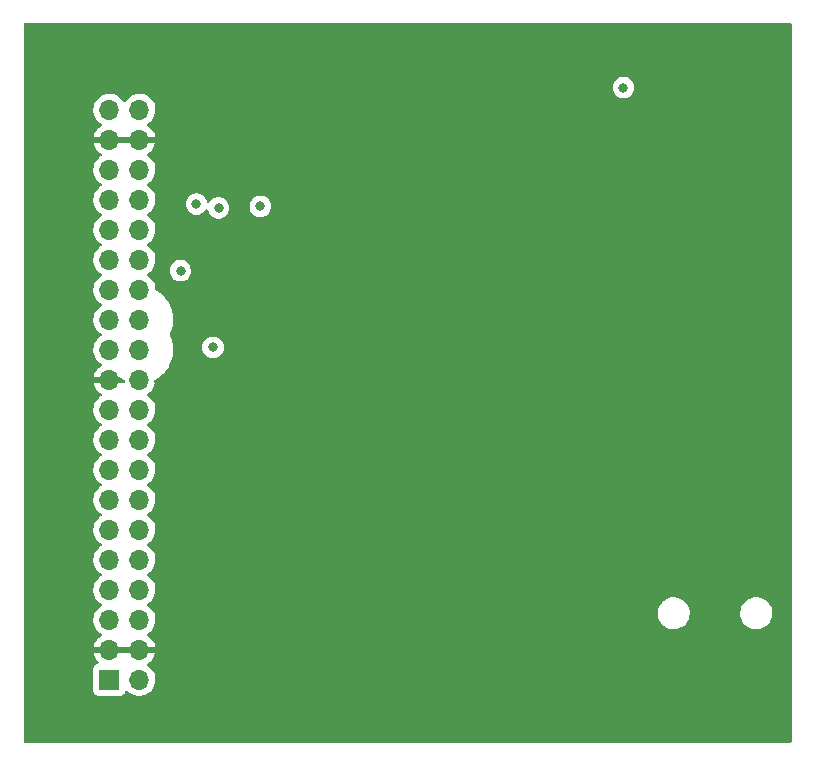
<source format=gbr>
%TF.GenerationSoftware,KiCad,Pcbnew,6.0.2+dfsg-1*%
%TF.CreationDate,2024-07-06T12:30:45+10:00*%
%TF.ProjectId,ulx3s_mixer,756c7833-735f-46d6-9978-65722e6b6963,rev?*%
%TF.SameCoordinates,Original*%
%TF.FileFunction,Copper,L2,Inr*%
%TF.FilePolarity,Positive*%
%FSLAX46Y46*%
G04 Gerber Fmt 4.6, Leading zero omitted, Abs format (unit mm)*
G04 Created by KiCad (PCBNEW 6.0.2+dfsg-1) date 2024-07-06 12:30:45*
%MOMM*%
%LPD*%
G01*
G04 APERTURE LIST*
%TA.AperFunction,ComponentPad*%
%ADD10R,1.700000X1.700000*%
%TD*%
%TA.AperFunction,ComponentPad*%
%ADD11O,1.700000X1.700000*%
%TD*%
%TA.AperFunction,ViaPad*%
%ADD12C,0.800000*%
%TD*%
G04 APERTURE END LIST*
D10*
%TO.N,+3V3*%
%TO.C,J1*%
X97725000Y-104125000D03*
D11*
X100265000Y-104125000D03*
%TO.N,GND*%
X97725000Y-101585000D03*
X100265000Y-101585000D03*
%TO.N,unconnected-(J1-Pad5)*%
X97725000Y-99045000D03*
%TO.N,unconnected-(J1-Pad6)*%
X100265000Y-99045000D03*
%TO.N,unconnected-(J1-Pad7)*%
X97725000Y-96505000D03*
%TO.N,unconnected-(J1-Pad8)*%
X100265000Y-96505000D03*
%TO.N,unconnected-(J1-Pad9)*%
X97725000Y-93965000D03*
%TO.N,unconnected-(J1-Pad10)*%
X100265000Y-93965000D03*
%TO.N,unconnected-(J1-Pad11)*%
X97725000Y-91425000D03*
%TO.N,/MCLK*%
X100265000Y-91425000D03*
%TO.N,unconnected-(J1-Pad13)*%
X97725000Y-88885000D03*
%TO.N,/LRCLK*%
X100265000Y-88885000D03*
%TO.N,unconnected-(J1-Pad15)*%
X97725000Y-86345000D03*
%TO.N,/SCLK*%
X100265000Y-86345000D03*
%TO.N,unconnected-(J1-Pad17)*%
X97725000Y-83805000D03*
%TO.N,/SDIN*%
X100265000Y-83805000D03*
%TO.N,+3V3*%
X97725000Y-81265000D03*
X100265000Y-81265000D03*
%TO.N,GND*%
X97725000Y-78725000D03*
X100265000Y-78725000D03*
%TO.N,GN21*%
X97725000Y-76185000D03*
%TO.N,GP21*%
X100265000Y-76185000D03*
%TO.N,GN22*%
X97725000Y-73645000D03*
%TO.N,GP22*%
X100265000Y-73645000D03*
%TO.N,GN23*%
X97725000Y-71105000D03*
%TO.N,GP23*%
X100265000Y-71105000D03*
%TO.N,GN24*%
X97725000Y-68565000D03*
%TO.N,GP24*%
X100265000Y-68565000D03*
%TO.N,GN25*%
X97725000Y-66025000D03*
%TO.N,GP25*%
X100265000Y-66025000D03*
%TO.N,GN26*%
X97725000Y-63485000D03*
%TO.N,GP26*%
X100265000Y-63485000D03*
%TO.N,GN27*%
X97725000Y-60945000D03*
%TO.N,GP27*%
X100265000Y-60945000D03*
%TO.N,GND*%
X97725000Y-58405000D03*
X100265000Y-58405000D03*
%TO.N,unconnected-(J1-Pad39)*%
X97725000Y-55865000D03*
%TO.N,+5V*%
X100265000Y-55865000D03*
%TD*%
D12*
%TO.N,GND*%
X132500000Y-85000000D03*
X140000000Y-90000000D03*
X130000000Y-87500000D03*
X132500000Y-87500000D03*
X135000000Y-87500000D03*
X137500000Y-87500000D03*
X140000000Y-87500000D03*
X142500000Y-87500000D03*
X145000000Y-87500000D03*
X147500000Y-87500000D03*
X150000000Y-87500000D03*
X152500000Y-87500000D03*
X150000000Y-90000000D03*
X152500000Y-90000000D03*
X147500000Y-90000000D03*
X145000000Y-90000000D03*
X142500000Y-90000000D03*
X142500000Y-92500000D03*
X145000000Y-92500000D03*
X152500000Y-92500000D03*
X147500000Y-92500000D03*
X150000000Y-92500000D03*
X147500000Y-95000000D03*
X150000000Y-95000000D03*
X147500000Y-97500000D03*
X150000000Y-97500000D03*
X147500000Y-100000000D03*
X150000000Y-100000000D03*
X137500000Y-100000000D03*
X140000000Y-100000000D03*
X142500000Y-100000000D03*
X142500000Y-105000000D03*
X145000000Y-105000000D03*
X147500000Y-105000000D03*
X150000000Y-105000000D03*
X152500000Y-105000000D03*
X152500000Y-107500000D03*
X150000000Y-107500000D03*
X147500000Y-107500000D03*
X145000000Y-107500000D03*
X140000000Y-107500000D03*
X142500000Y-107500000D03*
X137500000Y-107500000D03*
X135000000Y-107500000D03*
X132500000Y-107500000D03*
X130000000Y-107500000D03*
X127500000Y-107500000D03*
X125000000Y-107500000D03*
X122500000Y-107500000D03*
X120000000Y-105000000D03*
X120000000Y-107500000D03*
X117500000Y-107500000D03*
X117500000Y-105000000D03*
X117500000Y-102500000D03*
X117500000Y-100000000D03*
X115000000Y-100000000D03*
X115000000Y-102500000D03*
X115000000Y-105000000D03*
X115000000Y-107500000D03*
X112500000Y-107500000D03*
X112500000Y-105000000D03*
X112500000Y-102500000D03*
X112500000Y-100000000D03*
X110000000Y-97500000D03*
X110000000Y-100000000D03*
X110000000Y-102500000D03*
X110000000Y-105000000D03*
X110000000Y-107500000D03*
X107500000Y-107500000D03*
X107500000Y-105000000D03*
X107500000Y-102500000D03*
X107500000Y-100000000D03*
X107500000Y-95000000D03*
X107500000Y-97500000D03*
X127500000Y-90000000D03*
X125000000Y-90000000D03*
X122500000Y-90000000D03*
X120000000Y-90000000D03*
X117500000Y-90000000D03*
X115000000Y-90000000D03*
X112500000Y-90000000D03*
X110000000Y-90000000D03*
X105000000Y-95000000D03*
X102500000Y-95000000D03*
X105000000Y-97500000D03*
X102500000Y-97500000D03*
X105000000Y-100000000D03*
X102500000Y-100000000D03*
X105000000Y-102500000D03*
X102500000Y-102500000D03*
X105000000Y-105000000D03*
X102500000Y-105000000D03*
X105000000Y-107500000D03*
X102500000Y-107500000D03*
X100000000Y-107500000D03*
X97500000Y-107500000D03*
X95000000Y-107500000D03*
X92500000Y-107500000D03*
X95000000Y-105000000D03*
X92500000Y-105000000D03*
X95000000Y-102500000D03*
X92500000Y-102500000D03*
X95000000Y-100000000D03*
X92500000Y-100000000D03*
X92500000Y-97500000D03*
X95000000Y-97500000D03*
X95000000Y-95000000D03*
X92500000Y-95000000D03*
X92500000Y-92500000D03*
X95000000Y-92500000D03*
X95000000Y-90000000D03*
X92500000Y-90000000D03*
X95000000Y-87500000D03*
X92500000Y-87500000D03*
X127000000Y-98500000D03*
X124000000Y-93000000D03*
X140000000Y-72500000D03*
X150000000Y-55000000D03*
X147500000Y-72500000D03*
X142500000Y-72500000D03*
X92500000Y-85000000D03*
X152500000Y-50000000D03*
X148000000Y-75000000D03*
X142000000Y-75000000D03*
X93000000Y-67500000D03*
X110000000Y-62500000D03*
X137500000Y-80000000D03*
X102500000Y-85000000D03*
X147500000Y-85000000D03*
X147500000Y-60000000D03*
X105000000Y-69250000D03*
X145000000Y-72500000D03*
X147500000Y-62500000D03*
X105000000Y-55000000D03*
X95000000Y-85000000D03*
X147500000Y-73500000D03*
X150000000Y-70000000D03*
X95000000Y-80000000D03*
X149250000Y-82250000D03*
X149000000Y-73500000D03*
X106500000Y-83000000D03*
X102500000Y-57500000D03*
X115000000Y-62500000D03*
X102500000Y-55000000D03*
X142500000Y-70000000D03*
X105000000Y-60000000D03*
X150000000Y-65000000D03*
X102500000Y-50000000D03*
X152500000Y-52500000D03*
X152500000Y-62500000D03*
X95000000Y-62500000D03*
X141000000Y-80500000D03*
X92500000Y-57500000D03*
X95000000Y-57500000D03*
X142500000Y-65000000D03*
X121560000Y-57390000D03*
X125000000Y-85000000D03*
X107500000Y-52500000D03*
X147500000Y-57500000D03*
X92500000Y-55000000D03*
X137500000Y-82500000D03*
X127500000Y-85000000D03*
X130000000Y-82500000D03*
X127500000Y-65000000D03*
X145000000Y-80500000D03*
X117500000Y-62500000D03*
X134250000Y-58250000D03*
X95000000Y-55000000D03*
X92500000Y-65000000D03*
X110500000Y-67000000D03*
X92500000Y-60000000D03*
X135000000Y-85000000D03*
X95000000Y-82500000D03*
X92500000Y-52500000D03*
X141250000Y-59500000D03*
X142500000Y-85000000D03*
X102500000Y-82500000D03*
X150000000Y-85000000D03*
X95000000Y-77500000D03*
X144000000Y-75000000D03*
X95000000Y-60000000D03*
X137500000Y-78750000D03*
X152500000Y-60000000D03*
X124330000Y-60590000D03*
X103750000Y-76500000D03*
X143000000Y-80500000D03*
X146000000Y-80500000D03*
X152500000Y-65000000D03*
X152500000Y-70000000D03*
X117500000Y-85000000D03*
X105000000Y-57500000D03*
X120190000Y-60170000D03*
X117460000Y-60660000D03*
X110000000Y-60000000D03*
X147500000Y-70000000D03*
X135000000Y-82500000D03*
X147000000Y-80500000D03*
X105000000Y-52500000D03*
X120000000Y-85000000D03*
X92500000Y-82500000D03*
X140000000Y-85000000D03*
X132500000Y-80000000D03*
X100000000Y-50000000D03*
X147500000Y-55000000D03*
X140000000Y-62500000D03*
X147000000Y-75000000D03*
X112500000Y-62500000D03*
X107500000Y-85000000D03*
X145000000Y-82500000D03*
X152500000Y-67500000D03*
X112500000Y-60000000D03*
X140000000Y-65000000D03*
X112500000Y-85000000D03*
X150000000Y-60000000D03*
X145000000Y-70000000D03*
X95000000Y-65000000D03*
X143000000Y-75000000D03*
X145000000Y-85000000D03*
X105000000Y-85000000D03*
X147500000Y-50000000D03*
X152500000Y-55000000D03*
X146000000Y-75000000D03*
X112500000Y-57500000D03*
X92500000Y-80000000D03*
X108000000Y-62305000D03*
X130000000Y-85000000D03*
X152500000Y-57500000D03*
X100000000Y-52500000D03*
X92500000Y-50000000D03*
X142000000Y-80500000D03*
X140000000Y-82500000D03*
X145000000Y-75000000D03*
X103750000Y-61500000D03*
X132500000Y-82500000D03*
X97500000Y-50000000D03*
X147500000Y-67500000D03*
X115000000Y-66500000D03*
X112500000Y-70000000D03*
X122000000Y-70750000D03*
X150000000Y-52500000D03*
X137500000Y-85000000D03*
X144000000Y-80500000D03*
X150000000Y-57500000D03*
X150000000Y-67500000D03*
X115250000Y-77750000D03*
X142500000Y-62500000D03*
X110000000Y-85000000D03*
X110000000Y-70000000D03*
X141000000Y-75000000D03*
X122500000Y-85000000D03*
X95000000Y-50000000D03*
X120000000Y-62500000D03*
X142500000Y-82500000D03*
X148000000Y-80500000D03*
X150000000Y-62500000D03*
X92500000Y-77500000D03*
X115000000Y-85000000D03*
X140000000Y-70000000D03*
X125000000Y-65000000D03*
X140000000Y-80500000D03*
X102500000Y-66500000D03*
X150000000Y-50000000D03*
X119250000Y-70750000D03*
X93250000Y-74250000D03*
X95000000Y-52500000D03*
X147500000Y-65000000D03*
X102500000Y-60000000D03*
X152500000Y-85000000D03*
X135000000Y-80000000D03*
X147500000Y-82500000D03*
X97500000Y-52500000D03*
X147500000Y-52500000D03*
X92500000Y-62500000D03*
%TO.N,+3V3*%
X103750000Y-69500000D03*
X105094266Y-63855734D03*
X141242500Y-54000000D03*
X110500000Y-64045000D03*
X106500000Y-76000000D03*
X106970000Y-64180000D03*
%TD*%
%TA.AperFunction,Conductor*%
%TO.N,GND*%
G36*
X155434121Y-48528002D02*
G01*
X155480614Y-48581658D01*
X155492000Y-48634000D01*
X155492000Y-109366000D01*
X155471998Y-109434121D01*
X155418342Y-109480614D01*
X155366000Y-109492000D01*
X90634000Y-109492000D01*
X90565879Y-109471998D01*
X90519386Y-109418342D01*
X90508000Y-109366000D01*
X90508000Y-105023134D01*
X96366500Y-105023134D01*
X96373255Y-105085316D01*
X96424385Y-105221705D01*
X96511739Y-105338261D01*
X96628295Y-105425615D01*
X96764684Y-105476745D01*
X96826866Y-105483500D01*
X98623134Y-105483500D01*
X98685316Y-105476745D01*
X98821705Y-105425615D01*
X98938261Y-105338261D01*
X99025615Y-105221705D01*
X99047799Y-105162529D01*
X99069598Y-105104382D01*
X99112240Y-105047618D01*
X99178802Y-105022918D01*
X99248150Y-105038126D01*
X99282817Y-105066114D01*
X99311250Y-105098938D01*
X99483126Y-105241632D01*
X99676000Y-105354338D01*
X99884692Y-105434030D01*
X99889760Y-105435061D01*
X99889763Y-105435062D01*
X99997017Y-105456883D01*
X100103597Y-105478567D01*
X100108772Y-105478757D01*
X100108774Y-105478757D01*
X100321673Y-105486564D01*
X100321677Y-105486564D01*
X100326837Y-105486753D01*
X100331957Y-105486097D01*
X100331959Y-105486097D01*
X100543288Y-105459025D01*
X100543289Y-105459025D01*
X100548416Y-105458368D01*
X100553366Y-105456883D01*
X100757429Y-105395661D01*
X100757434Y-105395659D01*
X100762384Y-105394174D01*
X100962994Y-105295896D01*
X101144860Y-105166173D01*
X101303096Y-105008489D01*
X101433453Y-104827077D01*
X101532430Y-104626811D01*
X101597370Y-104413069D01*
X101626529Y-104191590D01*
X101628156Y-104125000D01*
X101609852Y-103902361D01*
X101555431Y-103685702D01*
X101466354Y-103480840D01*
X101345014Y-103293277D01*
X101194670Y-103128051D01*
X101190619Y-103124852D01*
X101190615Y-103124848D01*
X101023414Y-102992800D01*
X101023410Y-102992798D01*
X101019359Y-102989598D01*
X100977569Y-102966529D01*
X100927598Y-102916097D01*
X100912826Y-102846654D01*
X100937942Y-102780248D01*
X100965294Y-102753641D01*
X101140328Y-102628792D01*
X101148200Y-102622139D01*
X101299052Y-102471812D01*
X101305730Y-102463965D01*
X101430003Y-102291020D01*
X101435313Y-102282183D01*
X101529670Y-102091267D01*
X101533469Y-102081672D01*
X101595377Y-101877910D01*
X101597555Y-101867837D01*
X101598986Y-101856962D01*
X101596775Y-101842778D01*
X101583617Y-101839000D01*
X96408225Y-101839000D01*
X96394694Y-101842973D01*
X96393257Y-101852966D01*
X96423565Y-101987446D01*
X96426645Y-101997275D01*
X96506770Y-102194603D01*
X96511413Y-102203794D01*
X96622694Y-102385388D01*
X96628777Y-102393699D01*
X96768213Y-102554667D01*
X96775577Y-102561879D01*
X96780522Y-102565985D01*
X96820156Y-102624889D01*
X96821653Y-102695870D01*
X96784537Y-102756392D01*
X96744264Y-102780910D01*
X96636705Y-102821232D01*
X96636704Y-102821233D01*
X96628295Y-102824385D01*
X96511739Y-102911739D01*
X96424385Y-103028295D01*
X96373255Y-103164684D01*
X96366500Y-103226866D01*
X96366500Y-105023134D01*
X90508000Y-105023134D01*
X90508000Y-99011695D01*
X96362251Y-99011695D01*
X96362548Y-99016848D01*
X96362548Y-99016851D01*
X96367964Y-99110783D01*
X96375110Y-99234715D01*
X96376247Y-99239761D01*
X96376248Y-99239767D01*
X96396119Y-99327939D01*
X96424222Y-99452639D01*
X96508266Y-99659616D01*
X96554481Y-99735032D01*
X96622291Y-99845688D01*
X96624987Y-99850088D01*
X96771250Y-100018938D01*
X96943126Y-100161632D01*
X97016955Y-100204774D01*
X97065679Y-100256412D01*
X97078750Y-100326195D01*
X97052019Y-100391967D01*
X97011562Y-100425327D01*
X97003457Y-100429546D01*
X96994738Y-100435036D01*
X96824433Y-100562905D01*
X96816726Y-100569748D01*
X96669590Y-100723717D01*
X96663104Y-100731727D01*
X96543098Y-100907649D01*
X96538000Y-100916623D01*
X96448338Y-101109783D01*
X96444775Y-101119470D01*
X96389389Y-101319183D01*
X96390912Y-101327607D01*
X96403292Y-101331000D01*
X101583344Y-101331000D01*
X101596875Y-101327027D01*
X101598180Y-101317947D01*
X101556214Y-101150875D01*
X101552894Y-101141124D01*
X101467972Y-100945814D01*
X101463105Y-100936739D01*
X101347426Y-100757926D01*
X101341136Y-100749757D01*
X101197806Y-100592240D01*
X101190273Y-100585215D01*
X101023139Y-100453222D01*
X101014556Y-100447520D01*
X100977602Y-100427120D01*
X100927631Y-100376687D01*
X100912859Y-100307245D01*
X100937975Y-100240839D01*
X100965327Y-100214232D01*
X100988797Y-100197491D01*
X101144860Y-100086173D01*
X101303096Y-99928489D01*
X101362594Y-99845689D01*
X101430435Y-99751277D01*
X101433453Y-99747077D01*
X101437200Y-99739497D01*
X101530136Y-99551453D01*
X101530137Y-99551451D01*
X101532430Y-99546811D01*
X101597370Y-99333069D01*
X101626529Y-99111590D01*
X101626660Y-99106221D01*
X101628074Y-99048365D01*
X101628074Y-99048361D01*
X101628156Y-99045000D01*
X101609852Y-98822361D01*
X101555431Y-98605702D01*
X101481544Y-98435774D01*
X144138102Y-98435774D01*
X144146751Y-98666158D01*
X144194093Y-98891791D01*
X144196051Y-98896750D01*
X144196052Y-98896752D01*
X144254599Y-99045000D01*
X144278776Y-99106221D01*
X144398377Y-99303317D01*
X144401874Y-99307347D01*
X144532105Y-99457425D01*
X144549477Y-99477445D01*
X144553608Y-99480832D01*
X144723627Y-99620240D01*
X144723633Y-99620244D01*
X144727755Y-99623624D01*
X144732391Y-99626263D01*
X144732394Y-99626265D01*
X144841422Y-99688327D01*
X144928114Y-99737675D01*
X145144825Y-99816337D01*
X145150074Y-99817286D01*
X145150077Y-99817287D01*
X145367608Y-99856623D01*
X145367615Y-99856624D01*
X145371692Y-99857361D01*
X145389414Y-99858197D01*
X145394356Y-99858430D01*
X145394363Y-99858430D01*
X145395844Y-99858500D01*
X145557890Y-99858500D01*
X145624809Y-99852822D01*
X145724409Y-99844371D01*
X145724413Y-99844370D01*
X145729720Y-99843920D01*
X145734875Y-99842582D01*
X145734881Y-99842581D01*
X145947703Y-99787343D01*
X145947707Y-99787342D01*
X145952872Y-99786001D01*
X145957738Y-99783809D01*
X145957741Y-99783808D01*
X146158202Y-99693507D01*
X146163075Y-99691312D01*
X146354319Y-99562559D01*
X146521135Y-99403424D01*
X146658754Y-99218458D01*
X146763240Y-99012949D01*
X146765224Y-99006562D01*
X146830024Y-98797871D01*
X146831607Y-98792773D01*
X146832692Y-98784588D01*
X146861198Y-98569511D01*
X146861198Y-98569506D01*
X146861898Y-98564226D01*
X146861605Y-98556406D01*
X146857075Y-98435774D01*
X151138102Y-98435774D01*
X151146751Y-98666158D01*
X151194093Y-98891791D01*
X151196051Y-98896750D01*
X151196052Y-98896752D01*
X151254599Y-99045000D01*
X151278776Y-99106221D01*
X151398377Y-99303317D01*
X151401874Y-99307347D01*
X151532105Y-99457425D01*
X151549477Y-99477445D01*
X151553608Y-99480832D01*
X151723627Y-99620240D01*
X151723633Y-99620244D01*
X151727755Y-99623624D01*
X151732391Y-99626263D01*
X151732394Y-99626265D01*
X151841422Y-99688327D01*
X151928114Y-99737675D01*
X152144825Y-99816337D01*
X152150074Y-99817286D01*
X152150077Y-99817287D01*
X152367608Y-99856623D01*
X152367615Y-99856624D01*
X152371692Y-99857361D01*
X152389414Y-99858197D01*
X152394356Y-99858430D01*
X152394363Y-99858430D01*
X152395844Y-99858500D01*
X152557890Y-99858500D01*
X152624809Y-99852822D01*
X152724409Y-99844371D01*
X152724413Y-99844370D01*
X152729720Y-99843920D01*
X152734875Y-99842582D01*
X152734881Y-99842581D01*
X152947703Y-99787343D01*
X152947707Y-99787342D01*
X152952872Y-99786001D01*
X152957738Y-99783809D01*
X152957741Y-99783808D01*
X153158202Y-99693507D01*
X153163075Y-99691312D01*
X153354319Y-99562559D01*
X153521135Y-99403424D01*
X153658754Y-99218458D01*
X153763240Y-99012949D01*
X153765224Y-99006562D01*
X153830024Y-98797871D01*
X153831607Y-98792773D01*
X153832692Y-98784588D01*
X153861198Y-98569511D01*
X153861198Y-98569506D01*
X153861898Y-98564226D01*
X153861605Y-98556406D01*
X153856877Y-98430489D01*
X153853249Y-98333842D01*
X153805907Y-98108209D01*
X153783658Y-98051870D01*
X153723185Y-97898744D01*
X153723184Y-97898742D01*
X153721224Y-97893779D01*
X153716988Y-97886797D01*
X153604390Y-97701243D01*
X153601623Y-97696683D01*
X153536497Y-97621632D01*
X153454023Y-97526588D01*
X153454021Y-97526586D01*
X153450523Y-97522555D01*
X153392563Y-97475031D01*
X153276373Y-97379760D01*
X153276367Y-97379756D01*
X153272245Y-97376376D01*
X153267609Y-97373737D01*
X153267606Y-97373735D01*
X153076529Y-97264968D01*
X153071886Y-97262325D01*
X152855175Y-97183663D01*
X152849926Y-97182714D01*
X152849923Y-97182713D01*
X152632392Y-97143377D01*
X152632385Y-97143376D01*
X152628308Y-97142639D01*
X152610586Y-97141803D01*
X152605644Y-97141570D01*
X152605637Y-97141570D01*
X152604156Y-97141500D01*
X152442110Y-97141500D01*
X152375191Y-97147178D01*
X152275591Y-97155629D01*
X152275587Y-97155630D01*
X152270280Y-97156080D01*
X152265125Y-97157418D01*
X152265119Y-97157419D01*
X152052297Y-97212657D01*
X152052293Y-97212658D01*
X152047128Y-97213999D01*
X152042262Y-97216191D01*
X152042259Y-97216192D01*
X151933980Y-97264968D01*
X151836925Y-97308688D01*
X151645681Y-97437441D01*
X151641824Y-97441120D01*
X151641822Y-97441122D01*
X151602181Y-97478938D01*
X151478865Y-97596576D01*
X151341246Y-97781542D01*
X151338830Y-97786293D01*
X151338828Y-97786297D01*
X151313373Y-97836364D01*
X151236760Y-97987051D01*
X151235178Y-97992145D01*
X151235177Y-97992148D01*
X151175791Y-98183401D01*
X151168393Y-98207227D01*
X151167692Y-98212516D01*
X151142103Y-98405590D01*
X151138102Y-98435774D01*
X146857075Y-98435774D01*
X146856877Y-98430489D01*
X146853249Y-98333842D01*
X146805907Y-98108209D01*
X146783658Y-98051870D01*
X146723185Y-97898744D01*
X146723184Y-97898742D01*
X146721224Y-97893779D01*
X146716988Y-97886797D01*
X146604390Y-97701243D01*
X146601623Y-97696683D01*
X146536497Y-97621632D01*
X146454023Y-97526588D01*
X146454021Y-97526586D01*
X146450523Y-97522555D01*
X146392563Y-97475031D01*
X146276373Y-97379760D01*
X146276367Y-97379756D01*
X146272245Y-97376376D01*
X146267609Y-97373737D01*
X146267606Y-97373735D01*
X146076529Y-97264968D01*
X146071886Y-97262325D01*
X145855175Y-97183663D01*
X145849926Y-97182714D01*
X145849923Y-97182713D01*
X145632392Y-97143377D01*
X145632385Y-97143376D01*
X145628308Y-97142639D01*
X145610586Y-97141803D01*
X145605644Y-97141570D01*
X145605637Y-97141570D01*
X145604156Y-97141500D01*
X145442110Y-97141500D01*
X145375191Y-97147178D01*
X145275591Y-97155629D01*
X145275587Y-97155630D01*
X145270280Y-97156080D01*
X145265125Y-97157418D01*
X145265119Y-97157419D01*
X145052297Y-97212657D01*
X145052293Y-97212658D01*
X145047128Y-97213999D01*
X145042262Y-97216191D01*
X145042259Y-97216192D01*
X144933980Y-97264968D01*
X144836925Y-97308688D01*
X144645681Y-97437441D01*
X144641824Y-97441120D01*
X144641822Y-97441122D01*
X144602181Y-97478938D01*
X144478865Y-97596576D01*
X144341246Y-97781542D01*
X144338830Y-97786293D01*
X144338828Y-97786297D01*
X144313373Y-97836364D01*
X144236760Y-97987051D01*
X144235178Y-97992145D01*
X144235177Y-97992148D01*
X144175791Y-98183401D01*
X144168393Y-98207227D01*
X144167692Y-98212516D01*
X144142103Y-98405590D01*
X144138102Y-98435774D01*
X101481544Y-98435774D01*
X101466354Y-98400840D01*
X101345014Y-98213277D01*
X101194670Y-98048051D01*
X101190619Y-98044852D01*
X101190615Y-98044848D01*
X101023414Y-97912800D01*
X101023410Y-97912798D01*
X101019359Y-97909598D01*
X100978053Y-97886796D01*
X100928084Y-97836364D01*
X100913312Y-97766921D01*
X100938428Y-97700516D01*
X100965780Y-97673909D01*
X101009603Y-97642650D01*
X101144860Y-97546173D01*
X101303096Y-97388489D01*
X101309369Y-97379760D01*
X101430435Y-97211277D01*
X101433453Y-97207077D01*
X101445495Y-97182713D01*
X101530136Y-97011453D01*
X101530137Y-97011451D01*
X101532430Y-97006811D01*
X101597370Y-96793069D01*
X101626529Y-96571590D01*
X101628156Y-96505000D01*
X101609852Y-96282361D01*
X101555431Y-96065702D01*
X101466354Y-95860840D01*
X101345014Y-95673277D01*
X101194670Y-95508051D01*
X101190619Y-95504852D01*
X101190615Y-95504848D01*
X101023414Y-95372800D01*
X101023410Y-95372798D01*
X101019359Y-95369598D01*
X100978053Y-95346796D01*
X100928084Y-95296364D01*
X100913312Y-95226921D01*
X100938428Y-95160516D01*
X100965780Y-95133909D01*
X101009603Y-95102650D01*
X101144860Y-95006173D01*
X101303096Y-94848489D01*
X101362594Y-94765689D01*
X101430435Y-94671277D01*
X101433453Y-94667077D01*
X101454320Y-94624857D01*
X101530136Y-94471453D01*
X101530137Y-94471451D01*
X101532430Y-94466811D01*
X101597370Y-94253069D01*
X101626529Y-94031590D01*
X101628156Y-93965000D01*
X101609852Y-93742361D01*
X101555431Y-93525702D01*
X101466354Y-93320840D01*
X101345014Y-93133277D01*
X101194670Y-92968051D01*
X101190619Y-92964852D01*
X101190615Y-92964848D01*
X101023414Y-92832800D01*
X101023410Y-92832798D01*
X101019359Y-92829598D01*
X100978053Y-92806796D01*
X100928084Y-92756364D01*
X100913312Y-92686921D01*
X100938428Y-92620516D01*
X100965780Y-92593909D01*
X101009603Y-92562650D01*
X101144860Y-92466173D01*
X101303096Y-92308489D01*
X101362594Y-92225689D01*
X101430435Y-92131277D01*
X101433453Y-92127077D01*
X101454320Y-92084857D01*
X101530136Y-91931453D01*
X101530137Y-91931451D01*
X101532430Y-91926811D01*
X101597370Y-91713069D01*
X101626529Y-91491590D01*
X101628156Y-91425000D01*
X101609852Y-91202361D01*
X101555431Y-90985702D01*
X101466354Y-90780840D01*
X101345014Y-90593277D01*
X101194670Y-90428051D01*
X101190619Y-90424852D01*
X101190615Y-90424848D01*
X101023414Y-90292800D01*
X101023410Y-90292798D01*
X101019359Y-90289598D01*
X100978053Y-90266796D01*
X100928084Y-90216364D01*
X100913312Y-90146921D01*
X100938428Y-90080516D01*
X100965780Y-90053909D01*
X101009603Y-90022650D01*
X101144860Y-89926173D01*
X101303096Y-89768489D01*
X101362594Y-89685689D01*
X101430435Y-89591277D01*
X101433453Y-89587077D01*
X101454320Y-89544857D01*
X101530136Y-89391453D01*
X101530137Y-89391451D01*
X101532430Y-89386811D01*
X101597370Y-89173069D01*
X101626529Y-88951590D01*
X101628156Y-88885000D01*
X101609852Y-88662361D01*
X101555431Y-88445702D01*
X101466354Y-88240840D01*
X101345014Y-88053277D01*
X101194670Y-87888051D01*
X101190619Y-87884852D01*
X101190615Y-87884848D01*
X101023414Y-87752800D01*
X101023410Y-87752798D01*
X101019359Y-87749598D01*
X100978053Y-87726796D01*
X100928084Y-87676364D01*
X100913312Y-87606921D01*
X100938428Y-87540516D01*
X100965780Y-87513909D01*
X101009603Y-87482650D01*
X101144860Y-87386173D01*
X101303096Y-87228489D01*
X101362594Y-87145689D01*
X101430435Y-87051277D01*
X101433453Y-87047077D01*
X101454320Y-87004857D01*
X101530136Y-86851453D01*
X101530137Y-86851451D01*
X101532430Y-86846811D01*
X101597370Y-86633069D01*
X101626529Y-86411590D01*
X101628156Y-86345000D01*
X101609852Y-86122361D01*
X101555431Y-85905702D01*
X101466354Y-85700840D01*
X101345014Y-85513277D01*
X101194670Y-85348051D01*
X101190619Y-85344852D01*
X101190615Y-85344848D01*
X101023414Y-85212800D01*
X101023410Y-85212798D01*
X101019359Y-85209598D01*
X100978053Y-85186796D01*
X100928084Y-85136364D01*
X100913312Y-85066921D01*
X100938428Y-85000516D01*
X100965780Y-84973909D01*
X101009603Y-84942650D01*
X101144860Y-84846173D01*
X101303096Y-84688489D01*
X101362594Y-84605689D01*
X101430435Y-84511277D01*
X101433453Y-84507077D01*
X101454320Y-84464857D01*
X101530136Y-84311453D01*
X101530137Y-84311451D01*
X101532430Y-84306811D01*
X101597370Y-84093069D01*
X101626529Y-83871590D01*
X101628156Y-83805000D01*
X101609852Y-83582361D01*
X101555431Y-83365702D01*
X101466354Y-83160840D01*
X101345014Y-82973277D01*
X101194670Y-82808051D01*
X101190619Y-82804852D01*
X101190615Y-82804848D01*
X101023414Y-82672800D01*
X101023410Y-82672798D01*
X101019359Y-82669598D01*
X100978053Y-82646796D01*
X100928084Y-82596364D01*
X100913312Y-82526921D01*
X100938428Y-82460516D01*
X100965780Y-82433909D01*
X101009603Y-82402650D01*
X101144860Y-82306173D01*
X101303096Y-82148489D01*
X101362594Y-82065689D01*
X101430435Y-81971277D01*
X101433453Y-81967077D01*
X101454320Y-81924857D01*
X101530136Y-81771453D01*
X101530137Y-81771451D01*
X101532430Y-81766811D01*
X101597370Y-81553069D01*
X101626529Y-81331590D01*
X101628156Y-81265000D01*
X101609852Y-81042361D01*
X101555431Y-80825702D01*
X101466354Y-80620840D01*
X101345014Y-80433277D01*
X101194670Y-80268051D01*
X101190619Y-80264852D01*
X101190615Y-80264848D01*
X101023414Y-80132800D01*
X101023410Y-80132798D01*
X101019359Y-80129598D01*
X100977569Y-80106529D01*
X100927598Y-80056097D01*
X100912826Y-79986654D01*
X100937942Y-79920248D01*
X100965294Y-79893641D01*
X101140328Y-79768792D01*
X101148200Y-79762139D01*
X101299052Y-79611812D01*
X101305730Y-79603965D01*
X101430003Y-79431020D01*
X101435313Y-79422183D01*
X101529670Y-79231267D01*
X101533469Y-79221672D01*
X101595377Y-79017910D01*
X101597555Y-79007837D01*
X101598986Y-78996962D01*
X101596775Y-78982778D01*
X101566574Y-78974106D01*
X101567298Y-78971583D01*
X101524437Y-78958998D01*
X101477944Y-78905342D01*
X101467840Y-78835068D01*
X101497334Y-78770488D01*
X101541914Y-78737626D01*
X101557972Y-78730577D01*
X101557975Y-78730576D01*
X101561293Y-78729119D01*
X101845116Y-78563266D01*
X101983741Y-78459183D01*
X102105092Y-78368070D01*
X102105096Y-78368067D01*
X102107995Y-78365890D01*
X102230348Y-78249783D01*
X102343813Y-78142109D01*
X102343817Y-78142105D01*
X102346447Y-78139609D01*
X102423338Y-78047649D01*
X102554988Y-77890196D01*
X102557310Y-77887419D01*
X102567618Y-77871727D01*
X102735802Y-77615691D01*
X102735807Y-77615682D01*
X102737789Y-77612665D01*
X102811641Y-77465827D01*
X102883866Y-77322225D01*
X102883869Y-77322217D01*
X102885493Y-77318989D01*
X102998464Y-77010281D01*
X102999309Y-77006759D01*
X102999312Y-77006751D01*
X103074357Y-76694165D01*
X103074358Y-76694161D01*
X103075204Y-76690636D01*
X103075641Y-76687026D01*
X103114361Y-76367067D01*
X103114362Y-76367060D01*
X103114697Y-76364288D01*
X103120331Y-76185000D01*
X103118115Y-76146562D01*
X103109664Y-76000000D01*
X105586496Y-76000000D01*
X105587186Y-76006565D01*
X105602982Y-76156851D01*
X105606458Y-76189928D01*
X105665473Y-76371556D01*
X105668776Y-76377278D01*
X105668777Y-76377279D01*
X105702686Y-76436010D01*
X105760960Y-76536944D01*
X105888747Y-76678866D01*
X106043248Y-76791118D01*
X106049276Y-76793802D01*
X106049278Y-76793803D01*
X106211681Y-76866109D01*
X106217712Y-76868794D01*
X106311112Y-76888647D01*
X106398056Y-76907128D01*
X106398061Y-76907128D01*
X106404513Y-76908500D01*
X106595487Y-76908500D01*
X106601939Y-76907128D01*
X106601944Y-76907128D01*
X106688888Y-76888647D01*
X106782288Y-76868794D01*
X106788319Y-76866109D01*
X106950722Y-76793803D01*
X106950724Y-76793802D01*
X106956752Y-76791118D01*
X107111253Y-76678866D01*
X107239040Y-76536944D01*
X107297314Y-76436010D01*
X107331223Y-76377279D01*
X107331224Y-76377278D01*
X107334527Y-76371556D01*
X107393542Y-76189928D01*
X107397019Y-76156851D01*
X107412814Y-76006565D01*
X107413504Y-76000000D01*
X107405578Y-75924588D01*
X107394232Y-75816635D01*
X107394232Y-75816633D01*
X107393542Y-75810072D01*
X107334527Y-75628444D01*
X107239040Y-75463056D01*
X107120507Y-75331411D01*
X107115675Y-75326045D01*
X107115674Y-75326044D01*
X107111253Y-75321134D01*
X106969014Y-75217791D01*
X106962094Y-75212763D01*
X106962093Y-75212762D01*
X106956752Y-75208882D01*
X106950724Y-75206198D01*
X106950722Y-75206197D01*
X106788319Y-75133891D01*
X106788318Y-75133891D01*
X106782288Y-75131206D01*
X106688888Y-75111353D01*
X106601944Y-75092872D01*
X106601939Y-75092872D01*
X106595487Y-75091500D01*
X106404513Y-75091500D01*
X106398061Y-75092872D01*
X106398056Y-75092872D01*
X106311112Y-75111353D01*
X106217712Y-75131206D01*
X106211682Y-75133891D01*
X106211681Y-75133891D01*
X106049278Y-75206197D01*
X106049276Y-75206198D01*
X106043248Y-75208882D01*
X106037907Y-75212762D01*
X106037906Y-75212763D01*
X106030986Y-75217791D01*
X105888747Y-75321134D01*
X105884326Y-75326044D01*
X105884325Y-75326045D01*
X105879494Y-75331411D01*
X105760960Y-75463056D01*
X105665473Y-75628444D01*
X105606458Y-75810072D01*
X105605768Y-75816633D01*
X105605768Y-75816635D01*
X105594422Y-75924588D01*
X105586496Y-76000000D01*
X103109664Y-76000000D01*
X103101617Y-75860436D01*
X103101616Y-75860431D01*
X103101408Y-75856816D01*
X103076536Y-75714305D01*
X103045514Y-75536556D01*
X103045512Y-75536549D01*
X103044890Y-75532983D01*
X103039971Y-75516375D01*
X103006540Y-75403514D01*
X102951526Y-75217791D01*
X102949382Y-75212763D01*
X102842895Y-74963108D01*
X102834568Y-74892602D01*
X102846228Y-74857060D01*
X102883860Y-74782237D01*
X102883864Y-74782229D01*
X102885493Y-74778989D01*
X102998464Y-74470281D01*
X102999309Y-74466759D01*
X102999312Y-74466751D01*
X103074357Y-74154165D01*
X103074358Y-74154161D01*
X103075204Y-74150636D01*
X103087063Y-74052639D01*
X103114361Y-73827067D01*
X103114362Y-73827060D01*
X103114697Y-73824288D01*
X103120331Y-73645000D01*
X103101408Y-73316816D01*
X103076536Y-73174305D01*
X103045514Y-72996556D01*
X103045512Y-72996549D01*
X103044890Y-72992983D01*
X103039971Y-72976375D01*
X103006540Y-72863514D01*
X102951526Y-72677791D01*
X102822554Y-72375419D01*
X102659682Y-72089875D01*
X102524384Y-71905689D01*
X102467210Y-71827857D01*
X102467208Y-71827855D01*
X102465070Y-71824944D01*
X102241298Y-71584136D01*
X101991331Y-71370643D01*
X101988328Y-71368625D01*
X101988320Y-71368619D01*
X101819235Y-71255000D01*
X101718482Y-71187297D01*
X101715271Y-71185640D01*
X101715258Y-71185632D01*
X101693281Y-71174289D01*
X101641922Y-71125271D01*
X101625496Y-71072648D01*
X101610276Y-70887522D01*
X101609852Y-70882361D01*
X101555431Y-70665702D01*
X101466354Y-70460840D01*
X101345014Y-70273277D01*
X101194670Y-70108051D01*
X101190619Y-70104852D01*
X101190615Y-70104848D01*
X101023414Y-69972800D01*
X101023410Y-69972798D01*
X101019359Y-69969598D01*
X100978053Y-69946796D01*
X100928084Y-69896364D01*
X100913312Y-69826921D01*
X100938428Y-69760516D01*
X100965780Y-69733909D01*
X101027439Y-69689928D01*
X101144860Y-69606173D01*
X101251405Y-69500000D01*
X102836496Y-69500000D01*
X102837186Y-69506565D01*
X102855239Y-69678327D01*
X102856458Y-69689928D01*
X102915473Y-69871556D01*
X103010960Y-70036944D01*
X103015378Y-70041851D01*
X103015379Y-70041852D01*
X103134325Y-70173955D01*
X103138747Y-70178866D01*
X103232715Y-70247138D01*
X103274666Y-70277617D01*
X103293248Y-70291118D01*
X103299276Y-70293802D01*
X103299278Y-70293803D01*
X103461681Y-70366109D01*
X103467712Y-70368794D01*
X103561113Y-70388647D01*
X103648056Y-70407128D01*
X103648061Y-70407128D01*
X103654513Y-70408500D01*
X103845487Y-70408500D01*
X103851939Y-70407128D01*
X103851944Y-70407128D01*
X103938887Y-70388647D01*
X104032288Y-70368794D01*
X104038319Y-70366109D01*
X104200722Y-70293803D01*
X104200724Y-70293802D01*
X104206752Y-70291118D01*
X104225335Y-70277617D01*
X104267285Y-70247138D01*
X104361253Y-70178866D01*
X104365675Y-70173955D01*
X104484621Y-70041852D01*
X104484622Y-70041851D01*
X104489040Y-70036944D01*
X104584527Y-69871556D01*
X104643542Y-69689928D01*
X104644762Y-69678327D01*
X104662814Y-69506565D01*
X104663504Y-69500000D01*
X104662814Y-69493435D01*
X104644232Y-69316635D01*
X104644232Y-69316633D01*
X104643542Y-69310072D01*
X104584527Y-69128444D01*
X104489040Y-68963056D01*
X104390008Y-68853069D01*
X104365675Y-68826045D01*
X104365674Y-68826044D01*
X104361253Y-68821134D01*
X104206752Y-68708882D01*
X104200724Y-68706198D01*
X104200722Y-68706197D01*
X104038319Y-68633891D01*
X104038318Y-68633891D01*
X104032288Y-68631206D01*
X103938887Y-68611353D01*
X103851944Y-68592872D01*
X103851939Y-68592872D01*
X103845487Y-68591500D01*
X103654513Y-68591500D01*
X103648061Y-68592872D01*
X103648056Y-68592872D01*
X103561113Y-68611353D01*
X103467712Y-68631206D01*
X103461682Y-68633891D01*
X103461681Y-68633891D01*
X103299278Y-68706197D01*
X103299276Y-68706198D01*
X103293248Y-68708882D01*
X103138747Y-68821134D01*
X103134326Y-68826044D01*
X103134325Y-68826045D01*
X103109993Y-68853069D01*
X103010960Y-68963056D01*
X102915473Y-69128444D01*
X102856458Y-69310072D01*
X102855768Y-69316633D01*
X102855768Y-69316635D01*
X102837186Y-69493435D01*
X102836496Y-69500000D01*
X101251405Y-69500000D01*
X101303096Y-69448489D01*
X101362594Y-69365689D01*
X101430435Y-69271277D01*
X101433453Y-69267077D01*
X101454320Y-69224857D01*
X101530136Y-69071453D01*
X101530137Y-69071451D01*
X101532430Y-69066811D01*
X101597370Y-68853069D01*
X101626529Y-68631590D01*
X101628156Y-68565000D01*
X101609852Y-68342361D01*
X101555431Y-68125702D01*
X101466354Y-67920840D01*
X101345014Y-67733277D01*
X101194670Y-67568051D01*
X101190619Y-67564852D01*
X101190615Y-67564848D01*
X101023414Y-67432800D01*
X101023410Y-67432798D01*
X101019359Y-67429598D01*
X100978053Y-67406796D01*
X100928084Y-67356364D01*
X100913312Y-67286921D01*
X100938428Y-67220516D01*
X100965780Y-67193909D01*
X101009603Y-67162650D01*
X101144860Y-67066173D01*
X101303096Y-66908489D01*
X101362594Y-66825689D01*
X101430435Y-66731277D01*
X101433453Y-66727077D01*
X101454320Y-66684857D01*
X101530136Y-66531453D01*
X101530137Y-66531451D01*
X101532430Y-66526811D01*
X101597370Y-66313069D01*
X101626529Y-66091590D01*
X101628156Y-66025000D01*
X101609852Y-65802361D01*
X101555431Y-65585702D01*
X101466354Y-65380840D01*
X101345014Y-65193277D01*
X101194670Y-65028051D01*
X101190619Y-65024852D01*
X101190615Y-65024848D01*
X101023414Y-64892800D01*
X101023410Y-64892798D01*
X101019359Y-64889598D01*
X100978053Y-64866796D01*
X100928084Y-64816364D01*
X100913312Y-64746921D01*
X100938428Y-64680516D01*
X100965780Y-64653909D01*
X101009603Y-64622650D01*
X101144860Y-64526173D01*
X101303096Y-64368489D01*
X101309139Y-64360080D01*
X101430435Y-64191277D01*
X101433453Y-64187077D01*
X101440196Y-64173435D01*
X101530136Y-63991453D01*
X101530137Y-63991451D01*
X101532430Y-63986811D01*
X101572254Y-63855734D01*
X104180762Y-63855734D01*
X104181452Y-63862299D01*
X104194539Y-63986811D01*
X104200724Y-64045662D01*
X104259739Y-64227290D01*
X104355226Y-64392678D01*
X104483013Y-64534600D01*
X104637514Y-64646852D01*
X104643542Y-64649536D01*
X104643544Y-64649537D01*
X104805947Y-64721843D01*
X104811978Y-64724528D01*
X104905378Y-64744381D01*
X104992322Y-64762862D01*
X104992327Y-64762862D01*
X104998779Y-64764234D01*
X105189753Y-64764234D01*
X105196205Y-64762862D01*
X105196210Y-64762862D01*
X105283154Y-64744381D01*
X105376554Y-64724528D01*
X105382585Y-64721843D01*
X105544988Y-64649537D01*
X105544990Y-64649536D01*
X105551018Y-64646852D01*
X105705519Y-64534600D01*
X105833306Y-64392678D01*
X105842816Y-64376206D01*
X105852127Y-64360080D01*
X105903510Y-64311088D01*
X105973224Y-64297653D01*
X106039135Y-64324041D01*
X106081078Y-64384145D01*
X106135473Y-64551556D01*
X106138776Y-64557278D01*
X106138777Y-64557279D01*
X106155851Y-64586852D01*
X106230960Y-64716944D01*
X106235378Y-64721851D01*
X106235379Y-64721852D01*
X106239024Y-64725900D01*
X106358747Y-64858866D01*
X106397613Y-64887104D01*
X106487111Y-64952128D01*
X106513248Y-64971118D01*
X106519276Y-64973802D01*
X106519278Y-64973803D01*
X106681681Y-65046109D01*
X106687712Y-65048794D01*
X106781112Y-65068647D01*
X106868056Y-65087128D01*
X106868061Y-65087128D01*
X106874513Y-65088500D01*
X107065487Y-65088500D01*
X107071939Y-65087128D01*
X107071944Y-65087128D01*
X107158888Y-65068647D01*
X107252288Y-65048794D01*
X107258319Y-65046109D01*
X107420722Y-64973803D01*
X107420724Y-64973802D01*
X107426752Y-64971118D01*
X107452890Y-64952128D01*
X107542387Y-64887104D01*
X107581253Y-64858866D01*
X107700976Y-64725900D01*
X107704621Y-64721852D01*
X107704622Y-64721851D01*
X107709040Y-64716944D01*
X107784149Y-64586852D01*
X107801223Y-64557279D01*
X107801224Y-64557278D01*
X107804527Y-64551556D01*
X107863542Y-64369928D01*
X107871934Y-64290088D01*
X107882814Y-64186565D01*
X107883504Y-64180000D01*
X107869315Y-64045000D01*
X109586496Y-64045000D01*
X109587186Y-64051565D01*
X109604995Y-64221005D01*
X109606458Y-64234928D01*
X109665473Y-64416556D01*
X109760960Y-64581944D01*
X109765378Y-64586851D01*
X109765379Y-64586852D01*
X109863759Y-64696114D01*
X109888747Y-64723866D01*
X109968263Y-64781638D01*
X110037125Y-64831669D01*
X110043248Y-64836118D01*
X110049276Y-64838802D01*
X110049278Y-64838803D01*
X110170558Y-64892800D01*
X110217712Y-64913794D01*
X110311113Y-64933647D01*
X110398056Y-64952128D01*
X110398061Y-64952128D01*
X110404513Y-64953500D01*
X110595487Y-64953500D01*
X110601939Y-64952128D01*
X110601944Y-64952128D01*
X110688887Y-64933647D01*
X110782288Y-64913794D01*
X110829442Y-64892800D01*
X110950722Y-64838803D01*
X110950724Y-64838802D01*
X110956752Y-64836118D01*
X110962876Y-64831669D01*
X111031737Y-64781638D01*
X111111253Y-64723866D01*
X111136241Y-64696114D01*
X111234621Y-64586852D01*
X111234622Y-64586851D01*
X111239040Y-64581944D01*
X111334527Y-64416556D01*
X111393542Y-64234928D01*
X111395006Y-64221005D01*
X111412814Y-64051565D01*
X111413504Y-64045000D01*
X111407071Y-63983794D01*
X111394232Y-63861635D01*
X111394232Y-63861633D01*
X111393542Y-63855072D01*
X111334527Y-63673444D01*
X111321909Y-63651588D01*
X111242341Y-63513774D01*
X111239040Y-63508056D01*
X111232808Y-63501134D01*
X111115675Y-63371045D01*
X111115674Y-63371044D01*
X111111253Y-63366134D01*
X111012157Y-63294136D01*
X110962094Y-63257763D01*
X110962093Y-63257762D01*
X110956752Y-63253882D01*
X110950724Y-63251198D01*
X110950722Y-63251197D01*
X110788319Y-63178891D01*
X110788318Y-63178891D01*
X110782288Y-63176206D01*
X110688888Y-63156353D01*
X110601944Y-63137872D01*
X110601939Y-63137872D01*
X110595487Y-63136500D01*
X110404513Y-63136500D01*
X110398061Y-63137872D01*
X110398056Y-63137872D01*
X110311112Y-63156353D01*
X110217712Y-63176206D01*
X110211682Y-63178891D01*
X110211681Y-63178891D01*
X110049278Y-63251197D01*
X110049276Y-63251198D01*
X110043248Y-63253882D01*
X110037907Y-63257762D01*
X110037906Y-63257763D01*
X109987843Y-63294136D01*
X109888747Y-63366134D01*
X109884326Y-63371044D01*
X109884325Y-63371045D01*
X109767193Y-63501134D01*
X109760960Y-63508056D01*
X109757659Y-63513774D01*
X109678092Y-63651588D01*
X109665473Y-63673444D01*
X109606458Y-63855072D01*
X109605768Y-63861633D01*
X109605768Y-63861635D01*
X109592929Y-63983794D01*
X109586496Y-64045000D01*
X107869315Y-64045000D01*
X107863542Y-63990072D01*
X107804527Y-63808444D01*
X107709040Y-63643056D01*
X107623668Y-63548240D01*
X107585675Y-63506045D01*
X107585674Y-63506044D01*
X107581253Y-63501134D01*
X107426752Y-63388882D01*
X107420724Y-63386198D01*
X107420722Y-63386197D01*
X107258319Y-63313891D01*
X107258318Y-63313891D01*
X107252288Y-63311206D01*
X107158887Y-63291353D01*
X107071944Y-63272872D01*
X107071939Y-63272872D01*
X107065487Y-63271500D01*
X106874513Y-63271500D01*
X106868061Y-63272872D01*
X106868056Y-63272872D01*
X106781113Y-63291353D01*
X106687712Y-63311206D01*
X106681682Y-63313891D01*
X106681681Y-63313891D01*
X106519278Y-63386197D01*
X106519276Y-63386198D01*
X106513248Y-63388882D01*
X106358747Y-63501134D01*
X106354326Y-63506044D01*
X106354325Y-63506045D01*
X106316333Y-63548240D01*
X106230960Y-63643056D01*
X106227659Y-63648774D01*
X106212139Y-63675654D01*
X106160756Y-63724646D01*
X106091042Y-63738081D01*
X106025131Y-63711693D01*
X105983188Y-63651588D01*
X105950697Y-63551590D01*
X105928793Y-63484178D01*
X105833306Y-63318790D01*
X105826478Y-63311206D01*
X105709941Y-63181779D01*
X105709940Y-63181778D01*
X105705519Y-63176868D01*
X105551018Y-63064616D01*
X105544990Y-63061932D01*
X105544988Y-63061931D01*
X105382585Y-62989625D01*
X105382584Y-62989625D01*
X105376554Y-62986940D01*
X105283154Y-62967087D01*
X105196210Y-62948606D01*
X105196205Y-62948606D01*
X105189753Y-62947234D01*
X104998779Y-62947234D01*
X104992327Y-62948606D01*
X104992322Y-62948606D01*
X104905378Y-62967087D01*
X104811978Y-62986940D01*
X104805948Y-62989625D01*
X104805947Y-62989625D01*
X104643544Y-63061931D01*
X104643542Y-63061932D01*
X104637514Y-63064616D01*
X104483013Y-63176868D01*
X104478592Y-63181778D01*
X104478591Y-63181779D01*
X104362055Y-63311206D01*
X104355226Y-63318790D01*
X104259739Y-63484178D01*
X104200724Y-63665806D01*
X104200034Y-63672367D01*
X104200034Y-63672369D01*
X104189450Y-63773069D01*
X104180762Y-63855734D01*
X101572254Y-63855734D01*
X101597370Y-63773069D01*
X101626529Y-63551590D01*
X101628156Y-63485000D01*
X101609852Y-63262361D01*
X101555431Y-63045702D01*
X101466354Y-62840840D01*
X101345014Y-62653277D01*
X101194670Y-62488051D01*
X101190619Y-62484852D01*
X101190615Y-62484848D01*
X101023414Y-62352800D01*
X101023410Y-62352798D01*
X101019359Y-62349598D01*
X100978053Y-62326796D01*
X100928084Y-62276364D01*
X100913312Y-62206921D01*
X100938428Y-62140516D01*
X100965780Y-62113909D01*
X101009603Y-62082650D01*
X101144860Y-61986173D01*
X101303096Y-61828489D01*
X101362594Y-61745689D01*
X101430435Y-61651277D01*
X101433453Y-61647077D01*
X101454320Y-61604857D01*
X101530136Y-61451453D01*
X101530137Y-61451451D01*
X101532430Y-61446811D01*
X101597370Y-61233069D01*
X101626529Y-61011590D01*
X101628156Y-60945000D01*
X101609852Y-60722361D01*
X101555431Y-60505702D01*
X101466354Y-60300840D01*
X101345014Y-60113277D01*
X101194670Y-59948051D01*
X101190619Y-59944852D01*
X101190615Y-59944848D01*
X101023414Y-59812800D01*
X101023410Y-59812798D01*
X101019359Y-59809598D01*
X100977569Y-59786529D01*
X100927598Y-59736097D01*
X100912826Y-59666654D01*
X100937942Y-59600248D01*
X100965294Y-59573641D01*
X101140328Y-59448792D01*
X101148200Y-59442139D01*
X101299052Y-59291812D01*
X101305730Y-59283965D01*
X101430003Y-59111020D01*
X101435313Y-59102183D01*
X101529670Y-58911267D01*
X101533469Y-58901672D01*
X101595377Y-58697910D01*
X101597555Y-58687837D01*
X101598986Y-58676962D01*
X101596775Y-58662778D01*
X101583617Y-58659000D01*
X96408225Y-58659000D01*
X96394694Y-58662973D01*
X96393257Y-58672966D01*
X96423565Y-58807446D01*
X96426645Y-58817275D01*
X96506770Y-59014603D01*
X96511413Y-59023794D01*
X96622694Y-59205388D01*
X96628777Y-59213699D01*
X96768213Y-59374667D01*
X96775580Y-59381883D01*
X96939434Y-59517916D01*
X96947881Y-59523831D01*
X97016969Y-59564203D01*
X97065693Y-59615842D01*
X97078764Y-59685625D01*
X97052033Y-59751396D01*
X97011584Y-59784752D01*
X96998607Y-59791507D01*
X96994474Y-59794610D01*
X96994471Y-59794612D01*
X96970247Y-59812800D01*
X96819965Y-59925635D01*
X96665629Y-60087138D01*
X96539743Y-60271680D01*
X96445688Y-60474305D01*
X96385989Y-60689570D01*
X96362251Y-60911695D01*
X96362548Y-60916848D01*
X96362548Y-60916851D01*
X96368011Y-61011590D01*
X96375110Y-61134715D01*
X96376247Y-61139761D01*
X96376248Y-61139767D01*
X96396119Y-61227939D01*
X96424222Y-61352639D01*
X96508266Y-61559616D01*
X96559019Y-61642438D01*
X96622291Y-61745688D01*
X96624987Y-61750088D01*
X96771250Y-61918938D01*
X96943126Y-62061632D01*
X97013595Y-62102811D01*
X97016445Y-62104476D01*
X97065169Y-62156114D01*
X97078240Y-62225897D01*
X97051509Y-62291669D01*
X97011055Y-62325027D01*
X96998607Y-62331507D01*
X96994474Y-62334610D01*
X96994471Y-62334612D01*
X96970247Y-62352800D01*
X96819965Y-62465635D01*
X96665629Y-62627138D01*
X96539743Y-62811680D01*
X96445688Y-63014305D01*
X96385989Y-63229570D01*
X96362251Y-63451695D01*
X96362548Y-63456848D01*
X96362548Y-63456851D01*
X96374234Y-63659528D01*
X96375110Y-63674715D01*
X96376247Y-63679761D01*
X96376248Y-63679767D01*
X96389390Y-63738081D01*
X96424222Y-63892639D01*
X96508266Y-64099616D01*
X96553502Y-64173435D01*
X96622291Y-64285688D01*
X96624987Y-64290088D01*
X96771250Y-64458938D01*
X96943126Y-64601632D01*
X97013595Y-64642811D01*
X97016445Y-64644476D01*
X97065169Y-64696114D01*
X97078240Y-64765897D01*
X97051509Y-64831669D01*
X97011055Y-64865027D01*
X96998607Y-64871507D01*
X96994474Y-64874610D01*
X96994471Y-64874612D01*
X96889402Y-64953500D01*
X96819965Y-65005635D01*
X96665629Y-65167138D01*
X96539743Y-65351680D01*
X96445688Y-65554305D01*
X96385989Y-65769570D01*
X96362251Y-65991695D01*
X96362548Y-65996848D01*
X96362548Y-65996851D01*
X96368011Y-66091590D01*
X96375110Y-66214715D01*
X96376247Y-66219761D01*
X96376248Y-66219767D01*
X96396119Y-66307939D01*
X96424222Y-66432639D01*
X96508266Y-66639616D01*
X96559019Y-66722438D01*
X96622291Y-66825688D01*
X96624987Y-66830088D01*
X96771250Y-66998938D01*
X96943126Y-67141632D01*
X97013595Y-67182811D01*
X97016445Y-67184476D01*
X97065169Y-67236114D01*
X97078240Y-67305897D01*
X97051509Y-67371669D01*
X97011055Y-67405027D01*
X96998607Y-67411507D01*
X96994474Y-67414610D01*
X96994471Y-67414612D01*
X96970247Y-67432800D01*
X96819965Y-67545635D01*
X96665629Y-67707138D01*
X96539743Y-67891680D01*
X96445688Y-68094305D01*
X96385989Y-68309570D01*
X96362251Y-68531695D01*
X96362548Y-68536848D01*
X96362548Y-68536851D01*
X96372467Y-68708882D01*
X96375110Y-68754715D01*
X96376247Y-68759761D01*
X96376248Y-68759767D01*
X96389203Y-68817251D01*
X96424222Y-68972639D01*
X96508266Y-69179616D01*
X96559019Y-69262438D01*
X96622291Y-69365688D01*
X96624987Y-69370088D01*
X96771250Y-69538938D01*
X96943126Y-69681632D01*
X96957323Y-69689928D01*
X97016445Y-69724476D01*
X97065169Y-69776114D01*
X97078240Y-69845897D01*
X97051509Y-69911669D01*
X97011055Y-69945027D01*
X96998607Y-69951507D01*
X96994474Y-69954610D01*
X96994471Y-69954612D01*
X96824100Y-70082530D01*
X96819965Y-70085635D01*
X96665629Y-70247138D01*
X96539743Y-70431680D01*
X96445688Y-70634305D01*
X96385989Y-70849570D01*
X96362251Y-71071695D01*
X96375110Y-71294715D01*
X96376247Y-71299761D01*
X96376248Y-71299767D01*
X96391765Y-71368619D01*
X96424222Y-71512639D01*
X96508266Y-71719616D01*
X96624987Y-71910088D01*
X96771250Y-72078938D01*
X96943126Y-72221632D01*
X97013595Y-72262811D01*
X97016445Y-72264476D01*
X97065169Y-72316114D01*
X97078240Y-72385897D01*
X97051509Y-72451669D01*
X97011055Y-72485027D01*
X96998607Y-72491507D01*
X96994474Y-72494610D01*
X96994471Y-72494612D01*
X96824100Y-72622530D01*
X96819965Y-72625635D01*
X96665629Y-72787138D01*
X96539743Y-72971680D01*
X96445688Y-73174305D01*
X96385989Y-73389570D01*
X96362251Y-73611695D01*
X96362548Y-73616848D01*
X96362548Y-73616851D01*
X96374348Y-73821497D01*
X96375110Y-73834715D01*
X96376247Y-73839761D01*
X96376248Y-73839767D01*
X96400304Y-73946508D01*
X96424222Y-74052639D01*
X96508266Y-74259616D01*
X96624987Y-74450088D01*
X96771250Y-74618938D01*
X96943126Y-74761632D01*
X97013595Y-74802811D01*
X97016445Y-74804476D01*
X97065169Y-74856114D01*
X97078240Y-74925897D01*
X97051509Y-74991669D01*
X97011055Y-75025027D01*
X96998607Y-75031507D01*
X96994474Y-75034610D01*
X96994471Y-75034612D01*
X96865820Y-75131206D01*
X96819965Y-75165635D01*
X96816393Y-75169373D01*
X96671367Y-75321134D01*
X96665629Y-75327138D01*
X96539743Y-75511680D01*
X96445688Y-75714305D01*
X96385989Y-75929570D01*
X96362251Y-76151695D01*
X96362548Y-76156848D01*
X96362548Y-76156851D01*
X96364455Y-76189928D01*
X96375110Y-76374715D01*
X96376247Y-76379761D01*
X96376248Y-76379767D01*
X96400304Y-76486508D01*
X96424222Y-76592639D01*
X96464014Y-76690636D01*
X96505906Y-76793803D01*
X96508266Y-76799616D01*
X96624987Y-76990088D01*
X96771250Y-77158938D01*
X96943126Y-77301632D01*
X96972829Y-77318989D01*
X97016955Y-77344774D01*
X97065679Y-77396412D01*
X97078750Y-77466195D01*
X97052019Y-77531967D01*
X97011562Y-77565327D01*
X97003457Y-77569546D01*
X96994738Y-77575036D01*
X96824433Y-77702905D01*
X96816726Y-77709748D01*
X96669590Y-77863717D01*
X96663104Y-77871727D01*
X96543098Y-78047649D01*
X96538000Y-78056623D01*
X96448338Y-78249783D01*
X96444775Y-78259470D01*
X96389389Y-78459183D01*
X96390912Y-78467607D01*
X96403292Y-78471000D01*
X98520735Y-78471000D01*
X98594261Y-78494678D01*
X98735037Y-78595836D01*
X98908893Y-78692603D01*
X98999268Y-78742905D01*
X99049063Y-78793511D01*
X99063592Y-78863005D01*
X99038244Y-78929323D01*
X98981066Y-78971408D01*
X98937990Y-78979000D01*
X96408225Y-78979000D01*
X96394694Y-78982973D01*
X96393257Y-78992966D01*
X96423565Y-79127446D01*
X96426645Y-79137275D01*
X96506770Y-79334603D01*
X96511413Y-79343794D01*
X96622694Y-79525388D01*
X96628777Y-79533699D01*
X96768213Y-79694667D01*
X96775580Y-79701883D01*
X96939434Y-79837916D01*
X96947881Y-79843831D01*
X97016969Y-79884203D01*
X97065693Y-79935842D01*
X97078764Y-80005625D01*
X97052033Y-80071396D01*
X97011584Y-80104752D01*
X96998607Y-80111507D01*
X96994474Y-80114610D01*
X96994471Y-80114612D01*
X96970247Y-80132800D01*
X96819965Y-80245635D01*
X96665629Y-80407138D01*
X96539743Y-80591680D01*
X96445688Y-80794305D01*
X96385989Y-81009570D01*
X96362251Y-81231695D01*
X96362548Y-81236848D01*
X96362548Y-81236851D01*
X96368011Y-81331590D01*
X96375110Y-81454715D01*
X96376247Y-81459761D01*
X96376248Y-81459767D01*
X96396119Y-81547939D01*
X96424222Y-81672639D01*
X96508266Y-81879616D01*
X96559019Y-81962438D01*
X96622291Y-82065688D01*
X96624987Y-82070088D01*
X96771250Y-82238938D01*
X96943126Y-82381632D01*
X97013595Y-82422811D01*
X97016445Y-82424476D01*
X97065169Y-82476114D01*
X97078240Y-82545897D01*
X97051509Y-82611669D01*
X97011055Y-82645027D01*
X96998607Y-82651507D01*
X96994474Y-82654610D01*
X96994471Y-82654612D01*
X96970247Y-82672800D01*
X96819965Y-82785635D01*
X96665629Y-82947138D01*
X96539743Y-83131680D01*
X96445688Y-83334305D01*
X96385989Y-83549570D01*
X96362251Y-83771695D01*
X96362548Y-83776848D01*
X96362548Y-83776851D01*
X96368011Y-83871590D01*
X96375110Y-83994715D01*
X96376247Y-83999761D01*
X96376248Y-83999767D01*
X96396119Y-84087939D01*
X96424222Y-84212639D01*
X96508266Y-84419616D01*
X96559019Y-84502438D01*
X96622291Y-84605688D01*
X96624987Y-84610088D01*
X96771250Y-84778938D01*
X96943126Y-84921632D01*
X97013595Y-84962811D01*
X97016445Y-84964476D01*
X97065169Y-85016114D01*
X97078240Y-85085897D01*
X97051509Y-85151669D01*
X97011055Y-85185027D01*
X96998607Y-85191507D01*
X96994474Y-85194610D01*
X96994471Y-85194612D01*
X96970247Y-85212800D01*
X96819965Y-85325635D01*
X96665629Y-85487138D01*
X96539743Y-85671680D01*
X96445688Y-85874305D01*
X96385989Y-86089570D01*
X96362251Y-86311695D01*
X96362548Y-86316848D01*
X96362548Y-86316851D01*
X96368011Y-86411590D01*
X96375110Y-86534715D01*
X96376247Y-86539761D01*
X96376248Y-86539767D01*
X96396119Y-86627939D01*
X96424222Y-86752639D01*
X96508266Y-86959616D01*
X96559019Y-87042438D01*
X96622291Y-87145688D01*
X96624987Y-87150088D01*
X96771250Y-87318938D01*
X96943126Y-87461632D01*
X97013595Y-87502811D01*
X97016445Y-87504476D01*
X97065169Y-87556114D01*
X97078240Y-87625897D01*
X97051509Y-87691669D01*
X97011055Y-87725027D01*
X96998607Y-87731507D01*
X96994474Y-87734610D01*
X96994471Y-87734612D01*
X96970247Y-87752800D01*
X96819965Y-87865635D01*
X96665629Y-88027138D01*
X96539743Y-88211680D01*
X96445688Y-88414305D01*
X96385989Y-88629570D01*
X96362251Y-88851695D01*
X96362548Y-88856848D01*
X96362548Y-88856851D01*
X96368011Y-88951590D01*
X96375110Y-89074715D01*
X96376247Y-89079761D01*
X96376248Y-89079767D01*
X96396119Y-89167939D01*
X96424222Y-89292639D01*
X96508266Y-89499616D01*
X96559019Y-89582438D01*
X96622291Y-89685688D01*
X96624987Y-89690088D01*
X96771250Y-89858938D01*
X96943126Y-90001632D01*
X97013595Y-90042811D01*
X97016445Y-90044476D01*
X97065169Y-90096114D01*
X97078240Y-90165897D01*
X97051509Y-90231669D01*
X97011055Y-90265027D01*
X96998607Y-90271507D01*
X96994474Y-90274610D01*
X96994471Y-90274612D01*
X96970247Y-90292800D01*
X96819965Y-90405635D01*
X96665629Y-90567138D01*
X96539743Y-90751680D01*
X96445688Y-90954305D01*
X96385989Y-91169570D01*
X96362251Y-91391695D01*
X96362548Y-91396848D01*
X96362548Y-91396851D01*
X96368011Y-91491590D01*
X96375110Y-91614715D01*
X96376247Y-91619761D01*
X96376248Y-91619767D01*
X96396119Y-91707939D01*
X96424222Y-91832639D01*
X96508266Y-92039616D01*
X96559019Y-92122438D01*
X96622291Y-92225688D01*
X96624987Y-92230088D01*
X96771250Y-92398938D01*
X96943126Y-92541632D01*
X97013595Y-92582811D01*
X97016445Y-92584476D01*
X97065169Y-92636114D01*
X97078240Y-92705897D01*
X97051509Y-92771669D01*
X97011055Y-92805027D01*
X96998607Y-92811507D01*
X96994474Y-92814610D01*
X96994471Y-92814612D01*
X96970247Y-92832800D01*
X96819965Y-92945635D01*
X96665629Y-93107138D01*
X96539743Y-93291680D01*
X96445688Y-93494305D01*
X96385989Y-93709570D01*
X96362251Y-93931695D01*
X96362548Y-93936848D01*
X96362548Y-93936851D01*
X96368011Y-94031590D01*
X96375110Y-94154715D01*
X96376247Y-94159761D01*
X96376248Y-94159767D01*
X96396119Y-94247939D01*
X96424222Y-94372639D01*
X96508266Y-94579616D01*
X96559019Y-94662438D01*
X96622291Y-94765688D01*
X96624987Y-94770088D01*
X96771250Y-94938938D01*
X96943126Y-95081632D01*
X97013595Y-95122811D01*
X97016445Y-95124476D01*
X97065169Y-95176114D01*
X97078240Y-95245897D01*
X97051509Y-95311669D01*
X97011055Y-95345027D01*
X96998607Y-95351507D01*
X96994474Y-95354610D01*
X96994471Y-95354612D01*
X96970247Y-95372800D01*
X96819965Y-95485635D01*
X96665629Y-95647138D01*
X96539743Y-95831680D01*
X96445688Y-96034305D01*
X96385989Y-96249570D01*
X96362251Y-96471695D01*
X96362548Y-96476848D01*
X96362548Y-96476851D01*
X96368011Y-96571590D01*
X96375110Y-96694715D01*
X96376247Y-96699761D01*
X96376248Y-96699767D01*
X96396119Y-96787939D01*
X96424222Y-96912639D01*
X96508266Y-97119616D01*
X96546932Y-97182713D01*
X96622291Y-97305688D01*
X96624987Y-97310088D01*
X96771250Y-97478938D01*
X96943126Y-97621632D01*
X97013595Y-97662811D01*
X97016445Y-97664476D01*
X97065169Y-97716114D01*
X97078240Y-97785897D01*
X97051509Y-97851669D01*
X97011055Y-97885027D01*
X96998607Y-97891507D01*
X96994474Y-97894610D01*
X96994471Y-97894612D01*
X96824100Y-98022530D01*
X96819965Y-98025635D01*
X96665629Y-98187138D01*
X96539743Y-98371680D01*
X96445688Y-98574305D01*
X96385989Y-98789570D01*
X96362251Y-99011695D01*
X90508000Y-99011695D01*
X90508000Y-55831695D01*
X96362251Y-55831695D01*
X96362548Y-55836848D01*
X96362548Y-55836851D01*
X96368011Y-55931590D01*
X96375110Y-56054715D01*
X96376247Y-56059761D01*
X96376248Y-56059767D01*
X96396119Y-56147939D01*
X96424222Y-56272639D01*
X96508266Y-56479616D01*
X96559019Y-56562438D01*
X96622291Y-56665688D01*
X96624987Y-56670088D01*
X96771250Y-56838938D01*
X96943126Y-56981632D01*
X97016955Y-57024774D01*
X97065679Y-57076412D01*
X97078750Y-57146195D01*
X97052019Y-57211967D01*
X97011562Y-57245327D01*
X97003457Y-57249546D01*
X96994738Y-57255036D01*
X96824433Y-57382905D01*
X96816726Y-57389748D01*
X96669590Y-57543717D01*
X96663104Y-57551727D01*
X96543098Y-57727649D01*
X96538000Y-57736623D01*
X96448338Y-57929783D01*
X96444775Y-57939470D01*
X96389389Y-58139183D01*
X96390912Y-58147607D01*
X96403292Y-58151000D01*
X101583344Y-58151000D01*
X101596875Y-58147027D01*
X101598180Y-58137947D01*
X101556214Y-57970875D01*
X101552894Y-57961124D01*
X101467972Y-57765814D01*
X101463105Y-57756739D01*
X101347426Y-57577926D01*
X101341136Y-57569757D01*
X101197806Y-57412240D01*
X101190273Y-57405215D01*
X101023139Y-57273222D01*
X101014556Y-57267520D01*
X100977602Y-57247120D01*
X100927631Y-57196687D01*
X100912859Y-57127245D01*
X100937975Y-57060839D01*
X100965327Y-57034232D01*
X100988797Y-57017491D01*
X101144860Y-56906173D01*
X101303096Y-56748489D01*
X101362594Y-56665689D01*
X101430435Y-56571277D01*
X101433453Y-56567077D01*
X101454320Y-56524857D01*
X101530136Y-56371453D01*
X101530137Y-56371451D01*
X101532430Y-56366811D01*
X101597370Y-56153069D01*
X101626529Y-55931590D01*
X101628156Y-55865000D01*
X101609852Y-55642361D01*
X101555431Y-55425702D01*
X101466354Y-55220840D01*
X101345014Y-55033277D01*
X101194670Y-54868051D01*
X101190619Y-54864852D01*
X101190615Y-54864848D01*
X101023414Y-54732800D01*
X101023410Y-54732798D01*
X101019359Y-54729598D01*
X100823789Y-54621638D01*
X100818920Y-54619914D01*
X100818916Y-54619912D01*
X100618087Y-54548795D01*
X100618083Y-54548794D01*
X100613212Y-54547069D01*
X100608119Y-54546162D01*
X100608116Y-54546161D01*
X100398373Y-54508800D01*
X100398367Y-54508799D01*
X100393284Y-54507894D01*
X100319452Y-54506992D01*
X100175081Y-54505228D01*
X100175079Y-54505228D01*
X100169911Y-54505165D01*
X99949091Y-54538955D01*
X99736756Y-54608357D01*
X99706443Y-54624137D01*
X99593851Y-54682749D01*
X99538607Y-54711507D01*
X99534474Y-54714610D01*
X99534471Y-54714612D01*
X99364100Y-54842530D01*
X99359965Y-54845635D01*
X99205629Y-55007138D01*
X99098201Y-55164621D01*
X99043293Y-55209621D01*
X98972768Y-55217792D01*
X98909021Y-55186538D01*
X98888324Y-55162054D01*
X98807822Y-55037617D01*
X98807820Y-55037614D01*
X98805014Y-55033277D01*
X98654670Y-54868051D01*
X98650619Y-54864852D01*
X98650615Y-54864848D01*
X98483414Y-54732800D01*
X98483410Y-54732798D01*
X98479359Y-54729598D01*
X98283789Y-54621638D01*
X98278920Y-54619914D01*
X98278916Y-54619912D01*
X98078087Y-54548795D01*
X98078083Y-54548794D01*
X98073212Y-54547069D01*
X98068119Y-54546162D01*
X98068116Y-54546161D01*
X97858373Y-54508800D01*
X97858367Y-54508799D01*
X97853284Y-54507894D01*
X97779452Y-54506992D01*
X97635081Y-54505228D01*
X97635079Y-54505228D01*
X97629911Y-54505165D01*
X97409091Y-54538955D01*
X97196756Y-54608357D01*
X97166443Y-54624137D01*
X97053851Y-54682749D01*
X96998607Y-54711507D01*
X96994474Y-54714610D01*
X96994471Y-54714612D01*
X96824100Y-54842530D01*
X96819965Y-54845635D01*
X96665629Y-55007138D01*
X96539743Y-55191680D01*
X96445688Y-55394305D01*
X96385989Y-55609570D01*
X96362251Y-55831695D01*
X90508000Y-55831695D01*
X90508000Y-54000000D01*
X140328996Y-54000000D01*
X140348958Y-54189928D01*
X140407973Y-54371556D01*
X140503460Y-54536944D01*
X140507878Y-54541851D01*
X140507879Y-54541852D01*
X140579719Y-54621638D01*
X140631247Y-54678866D01*
X140785748Y-54791118D01*
X140791776Y-54793802D01*
X140791778Y-54793803D01*
X140951349Y-54864848D01*
X140960212Y-54868794D01*
X141053612Y-54888647D01*
X141140556Y-54907128D01*
X141140561Y-54907128D01*
X141147013Y-54908500D01*
X141337987Y-54908500D01*
X141344439Y-54907128D01*
X141344444Y-54907128D01*
X141431387Y-54888647D01*
X141524788Y-54868794D01*
X141533651Y-54864848D01*
X141693222Y-54793803D01*
X141693224Y-54793802D01*
X141699252Y-54791118D01*
X141853753Y-54678866D01*
X141905281Y-54621638D01*
X141977121Y-54541852D01*
X141977122Y-54541851D01*
X141981540Y-54536944D01*
X142077027Y-54371556D01*
X142136042Y-54189928D01*
X142156004Y-54000000D01*
X142136042Y-53810072D01*
X142077027Y-53628444D01*
X141981540Y-53463056D01*
X141853753Y-53321134D01*
X141699252Y-53208882D01*
X141693224Y-53206198D01*
X141693222Y-53206197D01*
X141530819Y-53133891D01*
X141530818Y-53133891D01*
X141524788Y-53131206D01*
X141431387Y-53111353D01*
X141344444Y-53092872D01*
X141344439Y-53092872D01*
X141337987Y-53091500D01*
X141147013Y-53091500D01*
X141140561Y-53092872D01*
X141140556Y-53092872D01*
X141053613Y-53111353D01*
X140960212Y-53131206D01*
X140954182Y-53133891D01*
X140954181Y-53133891D01*
X140791778Y-53206197D01*
X140791776Y-53206198D01*
X140785748Y-53208882D01*
X140631247Y-53321134D01*
X140503460Y-53463056D01*
X140407973Y-53628444D01*
X140348958Y-53810072D01*
X140328996Y-54000000D01*
X90508000Y-54000000D01*
X90508000Y-48634000D01*
X90528002Y-48565879D01*
X90581658Y-48519386D01*
X90634000Y-48508000D01*
X155366000Y-48508000D01*
X155434121Y-48528002D01*
G37*
%TD.AperFunction*%
%TD*%
M02*

</source>
